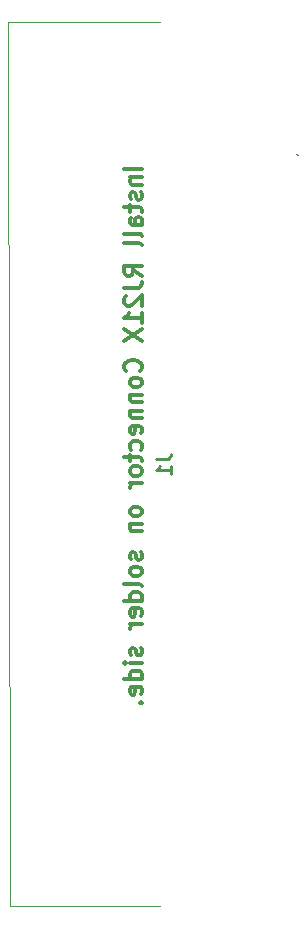
<source format=gbr>
G04 #@! TF.GenerationSoftware,KiCad,Pcbnew,(5.1.6)-1*
G04 #@! TF.CreationDate,2020-06-25T13:29:30-07:00*
G04 #@! TF.ProjectId,ac125a_dtmf,61633132-3561-45f6-9474-6d662e6b6963,rev?*
G04 #@! TF.SameCoordinates,Original*
G04 #@! TF.FileFunction,Legend,Bot*
G04 #@! TF.FilePolarity,Positive*
%FSLAX46Y46*%
G04 Gerber Fmt 4.6, Leading zero omitted, Abs format (unit mm)*
G04 Created by KiCad (PCBNEW (5.1.6)-1) date 2020-06-25 13:29:30*
%MOMM*%
%LPD*%
G01*
G04 APERTURE LIST*
%ADD10C,0.300000*%
%ADD11C,0.100000*%
%ADD12C,0.254000*%
G04 APERTURE END LIST*
D10*
X35603571Y-65657857D02*
X34103571Y-65657857D01*
X34603571Y-66372142D02*
X35603571Y-66372142D01*
X34746428Y-66372142D02*
X34675000Y-66443571D01*
X34603571Y-66586428D01*
X34603571Y-66800714D01*
X34675000Y-66943571D01*
X34817857Y-67014999D01*
X35603571Y-67014999D01*
X35532142Y-67657857D02*
X35603571Y-67800714D01*
X35603571Y-68086428D01*
X35532142Y-68229285D01*
X35389285Y-68300714D01*
X35317857Y-68300714D01*
X35175000Y-68229285D01*
X35103571Y-68086428D01*
X35103571Y-67872142D01*
X35032142Y-67729285D01*
X34889285Y-67657857D01*
X34817857Y-67657857D01*
X34675000Y-67729285D01*
X34603571Y-67872142D01*
X34603571Y-68086428D01*
X34675000Y-68229285D01*
X34603571Y-68729285D02*
X34603571Y-69300714D01*
X34103571Y-68943571D02*
X35389285Y-68943571D01*
X35532142Y-69015000D01*
X35603571Y-69157857D01*
X35603571Y-69300714D01*
X35603571Y-70443571D02*
X34817857Y-70443571D01*
X34675000Y-70372142D01*
X34603571Y-70229285D01*
X34603571Y-69943571D01*
X34675000Y-69800714D01*
X35532142Y-70443571D02*
X35603571Y-70300714D01*
X35603571Y-69943571D01*
X35532142Y-69800714D01*
X35389285Y-69729285D01*
X35246428Y-69729285D01*
X35103571Y-69800714D01*
X35032142Y-69943571D01*
X35032142Y-70300714D01*
X34960714Y-70443571D01*
X35603571Y-71372142D02*
X35532142Y-71229285D01*
X35389285Y-71157857D01*
X34103571Y-71157857D01*
X35603571Y-72157857D02*
X35532142Y-72015000D01*
X35389285Y-71943571D01*
X34103571Y-71943571D01*
X35603571Y-74729285D02*
X34889285Y-74229285D01*
X35603571Y-73872142D02*
X34103571Y-73872142D01*
X34103571Y-74443571D01*
X34175000Y-74586428D01*
X34246428Y-74657857D01*
X34389285Y-74729285D01*
X34603571Y-74729285D01*
X34746428Y-74657857D01*
X34817857Y-74586428D01*
X34889285Y-74443571D01*
X34889285Y-73872142D01*
X34103571Y-75800714D02*
X35175000Y-75800714D01*
X35389285Y-75729285D01*
X35532142Y-75586428D01*
X35603571Y-75372142D01*
X35603571Y-75229285D01*
X34246428Y-76443571D02*
X34175000Y-76515000D01*
X34103571Y-76657857D01*
X34103571Y-77015000D01*
X34175000Y-77157857D01*
X34246428Y-77229285D01*
X34389285Y-77300714D01*
X34532142Y-77300714D01*
X34746428Y-77229285D01*
X35603571Y-76372142D01*
X35603571Y-77300714D01*
X35603571Y-78729285D02*
X35603571Y-77872142D01*
X35603571Y-78300714D02*
X34103571Y-78300714D01*
X34317857Y-78157857D01*
X34460714Y-78014999D01*
X34532142Y-77872142D01*
X34103571Y-79229285D02*
X35603571Y-80229285D01*
X34103571Y-80229285D02*
X35603571Y-79229285D01*
X35460714Y-82800714D02*
X35532142Y-82729285D01*
X35603571Y-82514999D01*
X35603571Y-82372142D01*
X35532142Y-82157857D01*
X35389285Y-82014999D01*
X35246428Y-81943571D01*
X34960714Y-81872142D01*
X34746428Y-81872142D01*
X34460714Y-81943571D01*
X34317857Y-82014999D01*
X34175000Y-82157857D01*
X34103571Y-82372142D01*
X34103571Y-82514999D01*
X34175000Y-82729285D01*
X34246428Y-82800714D01*
X35603571Y-83657857D02*
X35532142Y-83514999D01*
X35460714Y-83443571D01*
X35317857Y-83372142D01*
X34889285Y-83372142D01*
X34746428Y-83443571D01*
X34675000Y-83514999D01*
X34603571Y-83657857D01*
X34603571Y-83872142D01*
X34675000Y-84014999D01*
X34746428Y-84086428D01*
X34889285Y-84157857D01*
X35317857Y-84157857D01*
X35460714Y-84086428D01*
X35532142Y-84014999D01*
X35603571Y-83872142D01*
X35603571Y-83657857D01*
X34603571Y-84800714D02*
X35603571Y-84800714D01*
X34746428Y-84800714D02*
X34675000Y-84872142D01*
X34603571Y-85014999D01*
X34603571Y-85229285D01*
X34675000Y-85372142D01*
X34817857Y-85443571D01*
X35603571Y-85443571D01*
X34603571Y-86157857D02*
X35603571Y-86157857D01*
X34746428Y-86157857D02*
X34675000Y-86229285D01*
X34603571Y-86372142D01*
X34603571Y-86586428D01*
X34675000Y-86729285D01*
X34817857Y-86800714D01*
X35603571Y-86800714D01*
X35532142Y-88086428D02*
X35603571Y-87943571D01*
X35603571Y-87657857D01*
X35532142Y-87515000D01*
X35389285Y-87443571D01*
X34817857Y-87443571D01*
X34675000Y-87515000D01*
X34603571Y-87657857D01*
X34603571Y-87943571D01*
X34675000Y-88086428D01*
X34817857Y-88157857D01*
X34960714Y-88157857D01*
X35103571Y-87443571D01*
X35532142Y-89443571D02*
X35603571Y-89300714D01*
X35603571Y-89015000D01*
X35532142Y-88872142D01*
X35460714Y-88800714D01*
X35317857Y-88729285D01*
X34889285Y-88729285D01*
X34746428Y-88800714D01*
X34675000Y-88872142D01*
X34603571Y-89015000D01*
X34603571Y-89300714D01*
X34675000Y-89443571D01*
X34603571Y-89872142D02*
X34603571Y-90443571D01*
X34103571Y-90086428D02*
X35389285Y-90086428D01*
X35532142Y-90157857D01*
X35603571Y-90300714D01*
X35603571Y-90443571D01*
X35603571Y-91157857D02*
X35532142Y-91015000D01*
X35460714Y-90943571D01*
X35317857Y-90872142D01*
X34889285Y-90872142D01*
X34746428Y-90943571D01*
X34675000Y-91015000D01*
X34603571Y-91157857D01*
X34603571Y-91372142D01*
X34675000Y-91515000D01*
X34746428Y-91586428D01*
X34889285Y-91657857D01*
X35317857Y-91657857D01*
X35460714Y-91586428D01*
X35532142Y-91515000D01*
X35603571Y-91372142D01*
X35603571Y-91157857D01*
X35603571Y-92300714D02*
X34603571Y-92300714D01*
X34889285Y-92300714D02*
X34746428Y-92372142D01*
X34675000Y-92443571D01*
X34603571Y-92586428D01*
X34603571Y-92729285D01*
X35603571Y-94586428D02*
X35532142Y-94443571D01*
X35460714Y-94372142D01*
X35317857Y-94300714D01*
X34889285Y-94300714D01*
X34746428Y-94372142D01*
X34675000Y-94443571D01*
X34603571Y-94586428D01*
X34603571Y-94800714D01*
X34675000Y-94943571D01*
X34746428Y-95015000D01*
X34889285Y-95086428D01*
X35317857Y-95086428D01*
X35460714Y-95015000D01*
X35532142Y-94943571D01*
X35603571Y-94800714D01*
X35603571Y-94586428D01*
X34603571Y-95729285D02*
X35603571Y-95729285D01*
X34746428Y-95729285D02*
X34675000Y-95800714D01*
X34603571Y-95943571D01*
X34603571Y-96157857D01*
X34675000Y-96300714D01*
X34817857Y-96372142D01*
X35603571Y-96372142D01*
X35532142Y-98157857D02*
X35603571Y-98300714D01*
X35603571Y-98586428D01*
X35532142Y-98729285D01*
X35389285Y-98800714D01*
X35317857Y-98800714D01*
X35175000Y-98729285D01*
X35103571Y-98586428D01*
X35103571Y-98372142D01*
X35032142Y-98229285D01*
X34889285Y-98157857D01*
X34817857Y-98157857D01*
X34675000Y-98229285D01*
X34603571Y-98372142D01*
X34603571Y-98586428D01*
X34675000Y-98729285D01*
X35603571Y-99657857D02*
X35532142Y-99515000D01*
X35460714Y-99443571D01*
X35317857Y-99372142D01*
X34889285Y-99372142D01*
X34746428Y-99443571D01*
X34675000Y-99515000D01*
X34603571Y-99657857D01*
X34603571Y-99872142D01*
X34675000Y-100015000D01*
X34746428Y-100086428D01*
X34889285Y-100157857D01*
X35317857Y-100157857D01*
X35460714Y-100086428D01*
X35532142Y-100015000D01*
X35603571Y-99872142D01*
X35603571Y-99657857D01*
X35603571Y-101015000D02*
X35532142Y-100872142D01*
X35389285Y-100800714D01*
X34103571Y-100800714D01*
X35603571Y-102229285D02*
X34103571Y-102229285D01*
X35532142Y-102229285D02*
X35603571Y-102086428D01*
X35603571Y-101800714D01*
X35532142Y-101657857D01*
X35460714Y-101586428D01*
X35317857Y-101515000D01*
X34889285Y-101515000D01*
X34746428Y-101586428D01*
X34675000Y-101657857D01*
X34603571Y-101800714D01*
X34603571Y-102086428D01*
X34675000Y-102229285D01*
X35532142Y-103515000D02*
X35603571Y-103372142D01*
X35603571Y-103086428D01*
X35532142Y-102943571D01*
X35389285Y-102872142D01*
X34817857Y-102872142D01*
X34675000Y-102943571D01*
X34603571Y-103086428D01*
X34603571Y-103372142D01*
X34675000Y-103515000D01*
X34817857Y-103586428D01*
X34960714Y-103586428D01*
X35103571Y-102872142D01*
X35603571Y-104229285D02*
X34603571Y-104229285D01*
X34889285Y-104229285D02*
X34746428Y-104300714D01*
X34675000Y-104372142D01*
X34603571Y-104515000D01*
X34603571Y-104657857D01*
X35532142Y-106229285D02*
X35603571Y-106372142D01*
X35603571Y-106657857D01*
X35532142Y-106800714D01*
X35389285Y-106872142D01*
X35317857Y-106872142D01*
X35175000Y-106800714D01*
X35103571Y-106657857D01*
X35103571Y-106443571D01*
X35032142Y-106300714D01*
X34889285Y-106229285D01*
X34817857Y-106229285D01*
X34675000Y-106300714D01*
X34603571Y-106443571D01*
X34603571Y-106657857D01*
X34675000Y-106800714D01*
X35603571Y-107515000D02*
X34603571Y-107515000D01*
X34103571Y-107515000D02*
X34175000Y-107443571D01*
X34246428Y-107515000D01*
X34175000Y-107586428D01*
X34103571Y-107515000D01*
X34246428Y-107515000D01*
X35603571Y-108872142D02*
X34103571Y-108872142D01*
X35532142Y-108872142D02*
X35603571Y-108729285D01*
X35603571Y-108443571D01*
X35532142Y-108300714D01*
X35460714Y-108229285D01*
X35317857Y-108157857D01*
X34889285Y-108157857D01*
X34746428Y-108229285D01*
X34675000Y-108300714D01*
X34603571Y-108443571D01*
X34603571Y-108729285D01*
X34675000Y-108872142D01*
X35532142Y-110157857D02*
X35603571Y-110015000D01*
X35603571Y-109729285D01*
X35532142Y-109586428D01*
X35389285Y-109515000D01*
X34817857Y-109515000D01*
X34675000Y-109586428D01*
X34603571Y-109729285D01*
X34603571Y-110015000D01*
X34675000Y-110157857D01*
X34817857Y-110229285D01*
X34960714Y-110229285D01*
X35103571Y-109515000D01*
X35460714Y-110872142D02*
X35532142Y-110943571D01*
X35603571Y-110872142D01*
X35532142Y-110800714D01*
X35460714Y-110872142D01*
X35603571Y-110872142D01*
D11*
X48820000Y-64470000D02*
X48820000Y-64470000D01*
X48720000Y-64470000D02*
X48720000Y-64470000D01*
X24270000Y-53265000D02*
X37140000Y-53265000D01*
X24470000Y-128115000D02*
X24270000Y-53265000D01*
X37140000Y-128115000D02*
X24470000Y-128115000D01*
X48720000Y-64470000D02*
G75*
G03*
X48820000Y-64470000I50000J0D01*
G01*
X48820000Y-64470000D02*
G75*
G03*
X48720000Y-64470000I-50000J0D01*
G01*
D12*
X36769523Y-90266666D02*
X37676666Y-90266666D01*
X37858095Y-90206190D01*
X37979047Y-90085238D01*
X38039523Y-89903809D01*
X38039523Y-89782857D01*
X38039523Y-91536666D02*
X38039523Y-90810952D01*
X38039523Y-91173809D02*
X36769523Y-91173809D01*
X36950952Y-91052857D01*
X37071904Y-90931904D01*
X37132380Y-90810952D01*
M02*

</source>
